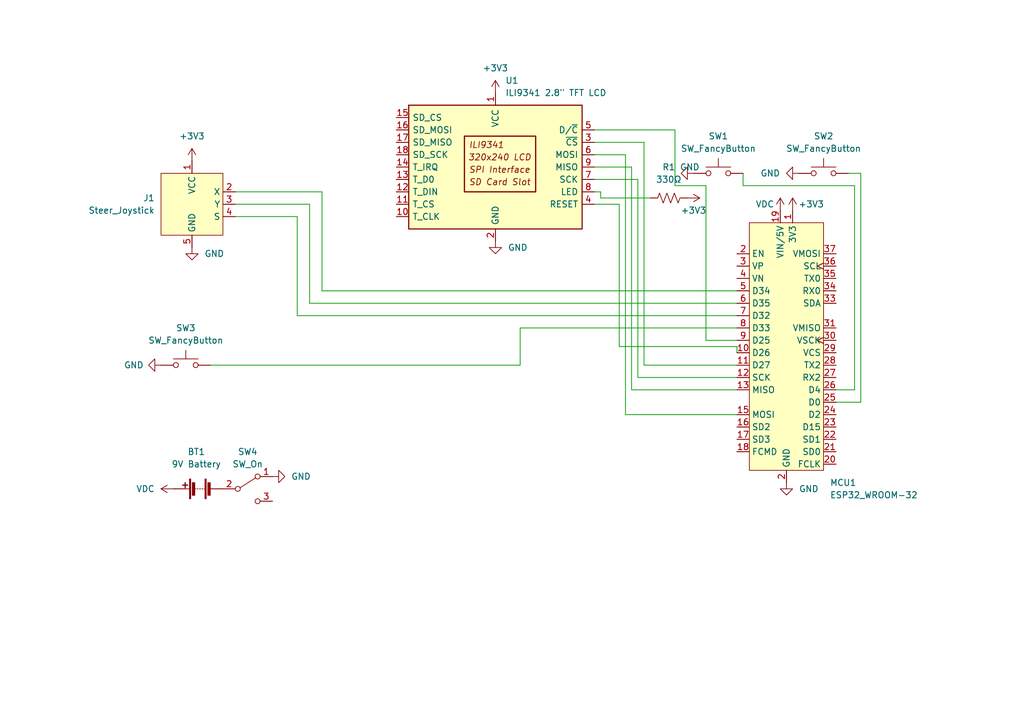
<source format=kicad_sch>
(kicad_sch (version 20211123) (generator eeschema)
  (paper "A5")
  (title_block (title "Rocket League 2D Main Schema") (date "2024-03-14") (rev "v0.7") (company "Vrishak Vemuri (vninja007)"))
  (lib_symbols
    (symbol "Device:Battery" (pin_numbers hide) (pin_names (offset 0) hide)
      (property "Reference" "BT" (at 2.54 2.54 0))
      (property "Value" "Battery" (at 2.54 0 0))
      (symbol "Battery_0_1"
        (rectangle (start -2.032 -1.397) (end 2.032 -1.651) (fill (type outline)))
        (rectangle (start -2.032 1.778) (end 2.032 1.524) (fill (type outline)))
        (rectangle (start -1.3208 -1.9812) (end 1.27 -2.4892) (fill (type outline)))
        (rectangle (start -1.3208 1.1938) (end 1.27 0.6858) (fill (type outline)))
        (polyline (pts (xy 0 -1.524) (xy 0 -1.27)))
        (polyline (pts (xy 0 -1.016) (xy 0 -0.762)))
        (polyline (pts (xy 0 -0.508) (xy 0 -0.254)))
        (polyline (pts (xy 0 0) (xy 0 0.254)))
        (polyline (pts (xy 0 0.508) (xy 0 0.762)))
        (polyline (pts (xy 0 1.778) (xy 0 2.54)))
        (polyline (pts (xy 0.254 2.667) (xy 1.27 2.667)) (stroke (width 0.254)))
        (polyline (pts (xy 0.762 3.175) (xy 0.762 2.159)) (stroke (width 0.254)))
      )
      (symbol "Battery_1_1"
        (pin passive line (at 0 5.08 270) (length 2.54) (name "+") (number "1"))
        (pin passive line (at 0 -5.08 90) (length 2.54) (name "-") (number "2"))
      )
    )
    (symbol "Device:R_US" (pin_numbers hide) (pin_names (offset 0))
      (property "Reference" "R" (at 2.54 0 90))
      (property "Value" "R_US" (at -2.54 0 90))
      (symbol "R_US_0_1"
        (polyline (pts (xy 0 -2.286) (xy 0 -2.54)))
        (polyline (pts (xy 0 2.286) (xy 0 2.54)))
        (polyline (pts (xy 0 -0.762) (xy 1.016 -1.143) (xy 0 -1.524) (xy -1.016 -1.905) (xy 0 -2.286)))
        (polyline (pts (xy 0 0.762) (xy 1.016 0.381) (xy 0 0) (xy -1.016 -0.381) (xy 0 -0.762)))
        (polyline (pts (xy 0 2.286) (xy 1.016 1.905) (xy 0 1.524) (xy -1.016 1.143) (xy 0 0.762)))
      )
      (symbol "R_US_1_1"
        (pin passive line (at 0 3.81 270) (length 1.27) (name "~") (number "1"))
        (pin passive line (at 0 -3.81 90) (length 1.27) (name "~") (number "2"))
      )
    )
    (symbol "RL2D:ESP32_WROOM-32"
      (property "Reference" "MCU" (at -21.59 20.32 0))
      (property "Value" "ESP32_WROOM-32" (at -21.59 22.86 0))
      (symbol "ESP32_WROOM-32_0_1"
        (rectangle (start -7.62 25.4) (end 7.62 -25.4) (fill (type background)))
      )
      (symbol "ESP32_WROOM-32_1_1"
        (pin power_out line (at 1.27 27.94 270) (length 2.54) (name "3V3") (number "1"))
        (pin bidirectional line (at -10.16 -1.27 0) (length 2.54) (name "D26") (number "10"))
        (pin bidirectional line (at -10.16 -3.81 0) (length 2.54) (name "D27") (number "11"))
        (pin bidirectional line (at -10.16 -6.35 0) (length 2.54) (name "SCK") (number "12"))
        (pin bidirectional line (at -10.16 -8.89 0) (length 2.54) (name "MISO") (number "13"))
        (pin bidirectional line (at -10.16 -13.97 0) (length 2.54) (name "MOSI") (number "15"))
        (pin bidirectional line (at -10.16 -16.51 0) (length 2.54) (name "SD2") (number "16"))
        (pin bidirectional line (at -10.16 -19.05 0) (length 2.54) (name "SD3") (number "17"))
        (pin bidirectional line (at -10.16 -21.59 0) (length 2.54) (name "FCMD") (number "18"))
        (pin power_in line (at -1.27 27.94 270) (length 2.54) (name "VIN/5V") (number "19"))
        (pin input line (at -10.16 19.05 0) (length 2.54) (name "EN") (number "2"))
        (pin power_in line (at 0 -27.94 90) (length 2.54) (name "GND") (number "2"))
        (pin bidirectional line (at 10.16 -24.13 180) (length 2.54) (name "FCLK") (number "20"))
        (pin bidirectional line (at 10.16 -21.59 180) (length 2.54) (name "SD0") (number "21"))
        (pin bidirectional line (at 10.16 -19.05 180) (length 2.54) (name "SD1") (number "22"))
        (pin bidirectional line (at 10.16 -16.51 180) (length 2.54) (name "D15") (number "23"))
        (pin bidirectional line (at 10.16 -13.97 180) (length 2.54) (name "D2") (number "24"))
        (pin bidirectional line (at 10.16 -11.43 180) (length 2.54) (name "D0") (number "25"))
        (pin bidirectional line (at 10.16 -8.89 180) (length 2.54) (name "D4") (number "26"))
        (pin bidirectional line (at 10.16 -6.35 180) (length 2.54) (name "RX2") (number "27"))
        (pin bidirectional line (at 10.16 -3.81 180) (length 2.54) (name "TX2") (number "28"))
        (pin bidirectional line (at 10.16 -1.27 180) (length 2.54) (name "VCS") (number "29"))
        (pin bidirectional line (at -10.16 16.51 0) (length 2.54) (name "VP") (number "3"))
        (pin bidirectional clock (at 10.16 1.27 180) (length 2.54) (name "VSCK") (number "30"))
        (pin bidirectional line (at 10.16 3.81 180) (length 2.54) (name "VMISO") (number "31"))
        (pin bidirectional line (at 10.16 8.89 180) (length 2.54) (name "SDA") (number "33"))
        (pin bidirectional line (at 10.16 11.43 180) (length 2.54) (name "RX0") (number "34"))
        (pin bidirectional line (at 10.16 13.97 180) (length 2.54) (name "TX0") (number "35"))
        (pin bidirectional clock (at 10.16 16.51 180) (length 2.54) (name "SCL") (number "36"))
        (pin bidirectional line (at 10.16 19.05 180) (length 2.54) (name "VMOSI") (number "37"))
        (pin bidirectional line (at -10.16 13.97 0) (length 2.54) (name "VN") (number "4"))
        (pin bidirectional line (at -10.16 11.43 0) (length 2.54) (name "D34") (number "5"))
        (pin bidirectional line (at -10.16 8.89 0) (length 2.54) (name "D35") (number "6"))
        (pin bidirectional line (at -10.16 6.35 0) (length 2.54) (name "D32") (number "7"))
        (pin bidirectional line (at -10.16 3.81 0) (length 2.54) (name "D33") (number "8"))
        (pin bidirectional line (at -10.16 1.27 0) (length 2.54) (name "D25") (number "9"))
      )
    )
    (symbol "RL2D:ILI9341 2.8{dblquote} TFT LCD" (pin_names (offset 0.762))
      (property "Reference" "U" (at -17.526 13.97 0))
      (property "Value" "ILI9341 2.8{dblquote} TFT LCD" (at 1.905 13.97 0))
      (symbol "ILI9341 2.8{dblquote} TFT LCD_0_0"
        (text "320x240 LCD" (at 0.889 2.032 0) (effects (font (size 1.27 1.27) italic)))
        (text "ILI9341" (at -5.461 4.572 0) (effects (font (size 1.27 1.27) italic) (justify left)))
        (text "SD Card Slot" (at -5.461 -3.048 0) (effects (font (size 1.27 1.27) italic) (justify left)))
        (text "SPI Interface" (at -5.461 -0.508 0) (effects (font (size 1.27 1.27) italic) (justify left)))
      )
      (symbol "ILI9341 2.8{dblquote} TFT LCD_0_1"
        (rectangle (start -17.78 12.7) (end 17.78 -12.7) (stroke (width 0.254)) (fill (type background)))
        (rectangle (start -6.35 6.35) (end 8.255 -5.08) (stroke (width 0.254)))
      )
      (symbol "ILI9341 2.8{dblquote} TFT LCD_1_1"
        (pin power_in line (at 0 15.24 270) (length 2.54) (name "VCC") (number "1"))
        (pin input line (at -20.32 -10.16 0) (length 2.54) (name "T_CLK") (number "10"))
        (pin input line (at -20.32 -7.62 0) (length 2.54) (name "T_CS") (number "11"))
        (pin input line (at -20.32 -5.08 0) (length 2.54) (name "T_DIN") (number "12"))
        (pin input line (at -20.32 -2.54 0) (length 2.54) (name "T_D0") (number "13"))
        (pin input line (at -20.32 0 0) (length 2.54) (name "T_IRQ") (number "14"))
        (pin input line (at -20.32 10.16 0) (length 2.54) (name "SD_CS") (number "15"))
        (pin input line (at -20.32 7.62 0) (length 2.54) (name "SD_MOSI") (number "16"))
        (pin output line (at -20.32 5.08 0) (length 2.54) (name "SD_MISO") (number "17"))
        (pin input line (at -20.32 2.54 0) (length 2.54) (name "SD_SCK") (number "18"))
        (pin power_in line (at 0 -15.24 90) (length 2.54) (name "GND") (number "2"))
        (pin input line (at 20.32 5.08 180) (length 2.54) (name "~{CS}") (number "3"))
        (pin input line (at 20.32 -7.62 180) (length 2.54) (name "RESET") (number "4"))
        (pin input line (at 20.32 7.62 180) (length 2.54) (name "D/~{C}") (number "5"))
        (pin input line (at 20.32 2.54 180) (length 2.54) (name "MOSI") (number "6"))
        (pin input line (at 20.32 -2.54 180) (length 2.54) (name "SCK") (number "7"))
        (pin input line (at 20.32 -5.08 180) (length 2.54) (name "LED") (number "8"))
        (pin output line (at 20.32 0 180) (length 2.54) (name "MISO") (number "9"))
      )
    )
    (symbol "RL2D:Joystick"
      (property "Reference" "J" (at -10.16 6.35 0))
      (property "Value" "Joystick" (at -7.62 8.89 0))
      (symbol "Joystick_0_1"
        (rectangle (start -6.35 6.35) (end 6.35 -6.35) (fill (type background)))
      )
      (symbol "Joystick_1_1"
        (pin power_in line (at 0 8.89 270) (length 2.54) (name "VCC") (number "1"))
        (pin output line (at 8.89 2.54 180) (length 2.54) (name "X") (number "2"))
        (pin output line (at 8.89 0 180) (length 2.54) (name "Y") (number "3"))
        (pin output line (at 8.89 -2.54 180) (length 2.54) (name "S") (number "4"))
        (pin power_out line (at 0 -8.89 90) (length 2.54) (name "GND") (number "5"))
      )
    )
    (symbol "RL2D:SW_FancyButton" (pin_numbers hide) (pin_names (offset 1.016) hide)
      (property "Reference" "SW" (at 1.27 2.54 0))
      (property "Value" "SW_FancyButton" (at 0 -1.524 0))
      (symbol "SW_FancyButton_0_1"
        (circle (center -2.032 0) (radius 0.508))
        (polyline (pts (xy 0 1.27) (xy 0 3.048)))
        (polyline (pts (xy 2.54 1.27) (xy -2.54 1.27)))
        (circle (center 2.032 0) (radius 0.508))
        (pin passive line (at -5.08 0 0) (length 2.54) (name "1") (number "1"))
        (pin passive line (at 5.08 0 180) (length 2.54) (name "2") (number "2"))
      )
    )
    (symbol "Switch:SW_SPDT" (pin_names (offset 0) hide)
      (property "Reference" "SW" (at 0 4.318 0))
      (property "Value" "SW_SPDT" (at 0 -5.08 0))
      (symbol "SW_SPDT_0_0"
        (circle (center -2.032 0) (radius 0.508))
        (circle (center 2.032 -2.54) (radius 0.508))
      )
      (symbol "SW_SPDT_0_1"
        (polyline (pts (xy -1.524 0.254) (xy 1.651 2.286)))
        (circle (center 2.032 2.54) (radius 0.508))
      )
      (symbol "SW_SPDT_1_1"
        (pin passive line (at 5.08 2.54 180) (length 2.54) (name "A") (number "1"))
        (pin passive line (at -5.08 0 0) (length 2.54) (name "B") (number "2"))
        (pin passive line (at 5.08 -2.54 180) (length 2.54) (name "C") (number "3"))
      )
    )
    (symbol "power:+3V3" (power) (pin_names (offset 0))
      (property "Value" "+3V3" (at 0 3.556 0))
      (symbol "+3V3_0_1"
        (polyline (pts (xy -0.762 1.27) (xy 0 2.54)))
        (polyline (pts (xy 0 0) (xy 0 2.54)))
        (polyline (pts (xy 0 2.54) (xy 0.762 1.27)))
      )
      (symbol "+3V3_1_1"
        (pin power_in line (at 0 0 90) (length 0) hide (name "+3V3") (number "1"))
      )
    )
    (symbol "power:GND" (power) (pin_names (offset 0))
      (property "Value" "GND" (at 0 -3.81 0))
      (symbol "GND_0_1"
        (polyline (pts (xy 0 0) (xy 0 -1.27) (xy 1.27 -1.27) (xy 0 -2.54) (xy -1.27 -1.27) (xy 0 -1.27)))
      )
      (symbol "GND_1_1"
        (pin power_in line (at 0 0 270) (length 0) hide (name "GND") (number "1"))
      )
    )
    (symbol "power:VDC" (power) (pin_names (offset 0))
      (property "Value" "VDC" (at 0 6.35 0))
      (symbol "VDC_0_1"
        (polyline (pts (xy -0.762 1.27) (xy 0 2.54)))
        (polyline (pts (xy 0 0) (xy 0 2.54)))
        (polyline (pts (xy 0 2.54) (xy 0.762 1.27)))
      )
      (symbol "VDC_1_1"
        (pin power_in line (at 0 0 90) (length 0) hide (name "VDC") (number "1"))
      )
    )
  )
  (wire (pts (xy 123.19 39.37) (xy 123.19 40.64)))
  (wire (pts (xy 173.99 35.56) (xy 176.53 35.56)))
  (wire (pts (xy 60.96 44.45) (xy 60.96 64.77)))
  (wire (pts (xy 123.19 40.64) (xy 133.35 40.64)))
  (wire (pts (xy 152.4 38.1) (xy 175.26 38.1)))
  (wire (pts (xy 48.26 39.37) (xy 66.04 39.37)))
  (wire (pts (xy 176.53 82.55) (xy 171.45 82.55)))
  (wire (pts (xy 127 71.12) (xy 127 41.91)))
  (wire (pts (xy 121.92 34.29) (xy 129.54 34.29)))
  (wire (pts (xy 175.26 80.01) (xy 171.45 80.01)))
  (wire (pts (xy 129.54 34.29) (xy 129.54 80.01)))
  (wire (pts (xy 132.08 74.93) (xy 151.13 74.93)))
  (wire (pts (xy 60.96 64.77) (xy 151.13 64.77)))
  (wire (pts (xy 138.43 26.67) (xy 138.43 38.1)))
  (wire (pts (xy 63.5 41.91) (xy 48.26 41.91)))
  (wire (pts (xy 66.04 59.69) (xy 151.13 59.69)))
  (wire (pts (xy 144.78 38.1) (xy 144.78 69.85)))
  (wire (pts (xy 43.18 74.93) (xy 106.68 74.93)))
  (wire (pts (xy 151.13 71.12) (xy 127 71.12)))
  (wire (pts (xy 144.78 69.85) (xy 151.13 69.85)))
  (wire (pts (xy 128.27 31.75) (xy 128.27 85.09)))
  (wire (pts (xy 63.5 62.23) (xy 63.5 41.91)))
  (wire (pts (xy 106.68 74.93) (xy 106.68 67.31)))
  (wire (pts (xy 151.13 72.39) (xy 151.13 71.12)))
  (wire (pts (xy 121.92 29.21) (xy 132.08 29.21)))
  (wire (pts (xy 48.26 44.45) (xy 60.96 44.45)))
  (wire (pts (xy 132.08 29.21) (xy 132.08 74.93)))
  (wire (pts (xy 130.81 77.47) (xy 151.13 77.47)))
  (wire (pts (xy 66.04 39.37) (xy 66.04 59.69)))
  (wire (pts (xy 130.81 36.83) (xy 130.81 77.47)))
  (wire (pts (xy 129.54 80.01) (xy 151.13 80.01)))
  (wire (pts (xy 176.53 35.56) (xy 176.53 82.55)))
  (wire (pts (xy 106.68 67.31) (xy 151.13 67.31)))
  (wire (pts (xy 152.4 35.56) (xy 152.4 38.1)))
  (wire (pts (xy 175.26 38.1) (xy 175.26 80.01)))
  (wire (pts (xy 121.92 39.37) (xy 123.19 39.37)))
  (wire (pts (xy 127 41.91) (xy 121.92 41.91)))
  (wire (pts (xy 121.92 26.67) (xy 138.43 26.67)))
  (wire (pts (xy 128.27 85.09) (xy 151.13 85.09)))
  (wire (pts (xy 121.92 31.75) (xy 128.27 31.75)))
  (wire (pts (xy 121.92 36.83) (xy 130.81 36.83)))
  (wire (pts (xy 138.43 38.1) (xy 144.78 38.1)))
  (wire (pts (xy 151.13 62.23) (xy 63.5 62.23)))
  (symbol (lib_id "RL2D:Joystick") (at 39.37 41.91 0) (unit 1)
    (property "Reference" "J1" (at 31.75 40.6399 0) (effects (justify right)))
    (property "Value" "Steer_Joystick" (at 31.75 43.1799 0) (effects (justify right)))
    (property "Footprint" "RL2D:Joystick" (effects hide))
  )
  (symbol (lib_id "RL2D:SW_FancyButton") (at 168.91 35.56 0) (unit 1)
    (property "Reference" "SW2" (at 168.91 27.94 0))
    (property "Value" "SW_FancyButton" (at 168.91 30.48 0))
    (property "Footprint" "RL2D:FancyButton" (effects hide))
  )
  (symbol (lib_id "RL2D:SW_FancyButton") (at 38.1 74.93 0) (unit 1)
    (property "Reference" "SW3" (at 38.1 67.31 0))
    (property "Value" "SW_FancyButton" (at 38.1 69.85 0))
    (property "Footprint" "RL2D:FancyButton" (effects hide))
  )
  (symbol (lib_id "power:GND") (at 163.83 35.56 270) (unit 1)
    (property "Reference" "#PWR0105" (effects hide))
    (property "Value" "GND" (at 160.02 35.5599 90) (effects (justify right)))
  )
  (symbol (lib_id "RL2D:SW_FancyButton") (at 147.32 35.56 0) (unit 1)
    (property "Reference" "SW1" (at 147.32 27.94 0))
    (property "Value" "SW_FancyButton" (at 147.32 30.48 0))
    (property "Footprint" "RL2D:FancyButton" (effects hide))
  )
  (symbol (lib_id "power:+3V3") (at 101.6 19.05 0) (unit 1)
    (property "Reference" "#PWR0107" (effects hide))
    (property "Value" "+3V3" (at 101.6 13.97 0))
  )
  (symbol (lib_id "power:VDC") (at 35.56 100.33 90) (unit 1)
    (property "Reference" "#PWR0113" (effects hide))
    (property "Value" "VDC" (at 31.75 100.3299 90) (effects (justify left)))
  )
  (symbol (lib_id "power:+3V3") (at 140.97 40.64 270) (unit 1)
    (property "Reference" "#PWR0101" (effects hide))
    (property "Value" "+3V3" (at 142.24 43.18 90))
  )
  (symbol (lib_id "power:GND") (at 142.24 35.56 270) (unit 1)
    (property "Reference" "#PWR0106" (effects hide))
    (property "Value" "GND" (at 143.51 34.29 90) (effects (justify right)))
  )
  (symbol (lib_id "power:GND") (at 39.37 50.8 0) (unit 1)
    (property "Reference" "#PWR0110" (effects hide))
    (property "Value" "GND" (at 41.91 52.0699 0) (effects (justify left)))
  )
  (symbol (lib_id "Switch:SW_SPDT") (at 50.8 100.33 0) (unit 1)
    (property "Reference" "SW4" (at 50.8 92.71 0))
    (property "Value" "SW_On" (at 50.8 95.25 0))
    (property "Footprint" "RL2D:Switch" (effects hide))
  )
  (symbol (lib_id "RL2D:ESP32_WROOM-32") (at 161.29 71.12 0) (unit 1)
    (property "Reference" "MCU1" (at 170.18 99.06 0) (effects (justify left)))
    (property "Value" "ESP32_WROOM-32" (at 170.18 101.6 0) (effects (justify left)))
    (property "Footprint" "RL2D:ESP32" (effects hide))
  )
  (symbol (lib_id "power:GND") (at 161.29 99.06 0) (unit 1)
    (property "Reference" "#PWR0102" (effects hide))
    (property "Value" "GND" (at 163.83 100.3299 0) (effects (justify left)))
  )
  (symbol (lib_id "power:VDC") (at 160.02 43.18 0) (unit 1)
    (property "Reference" "#PWR0103" (effects hide))
    (property "Value" "VDC" (at 154.94 41.91 0) (effects (justify left)))
  )
  (symbol (lib_id "power:GND") (at 101.6 49.53 0) (unit 1)
    (property "Reference" "#PWR0108" (effects hide))
    (property "Value" "GND" (at 104.14 50.7999 0) (effects (justify left)))
  )
  (symbol (lib_id "power:+3V3") (at 39.37 33.02 0) (unit 1)
    (property "Reference" "#PWR0109" (effects hide))
    (property "Value" "+3V3" (at 39.37 27.94 0))
  )
  (symbol (lib_id "power:GND") (at 33.02 74.93 270) (unit 1)
    (property "Reference" "#PWR0112" (effects hide))
    (property "Value" "GND" (at 25.4 74.93 90) (effects (justify left)))
  )
  (symbol (lib_id "power:GND") (at 55.88 97.79 90) (unit 1)
    (property "Reference" "#PWR0111" (effects hide))
    (property "Value" "GND" (at 59.69 97.7899 90) (effects (justify right)))
  )
  (symbol (lib_id "RL2D:ILI9341 2.8{dblquote} TFT LCD") (at 101.6 34.29 0) (unit 1)
    (property "Reference" "U1" (at 103.6194 16.51 0) (effects (justify left)))
    (property "Value" "ILI9341 2.8\" TFT LCD" (at 103.6194 19.05 0) (effects (justify left)))
    (property "Footprint" "RL2D:ILI9341 2.8inch" (effects hide))
    (property "Datasheet" " " (effects hide))
  )
  (symbol (lib_id "power:+3V3") (at 162.56 43.18 0) (unit 1)
    (property "Reference" "#PWR0104" (effects hide))
    (property "Value" "+3V3" (at 166.37 41.91 0))
  )
  (symbol (lib_id "Device:R_US") (at 137.16 40.64 90) (unit 1)
    (property "Reference" "R1" (at 137.16 34.29 90))
    (property "Value" "330Ω" (at 137.16 36.83 90))
    (property "Footprint" "Resistor_THT:R_Axial_DIN0207_L6.3mm_D2.5mm_P15.24mm_Horizontal" (effects hide))
  )
  (symbol (lib_id "Device:Battery") (at 40.64 100.33 90) (unit 1)
    (property "Reference" "BT1" (at 40.259 92.71 90))
    (property "Value" "9V Battery" (at 40.259 95.25 90))
    (property "Footprint" "Connector_JST:JST_XH_B2B-XH-A_1x02_P2.50mm_Vertical" (effects hide))
  )
)
</source>
